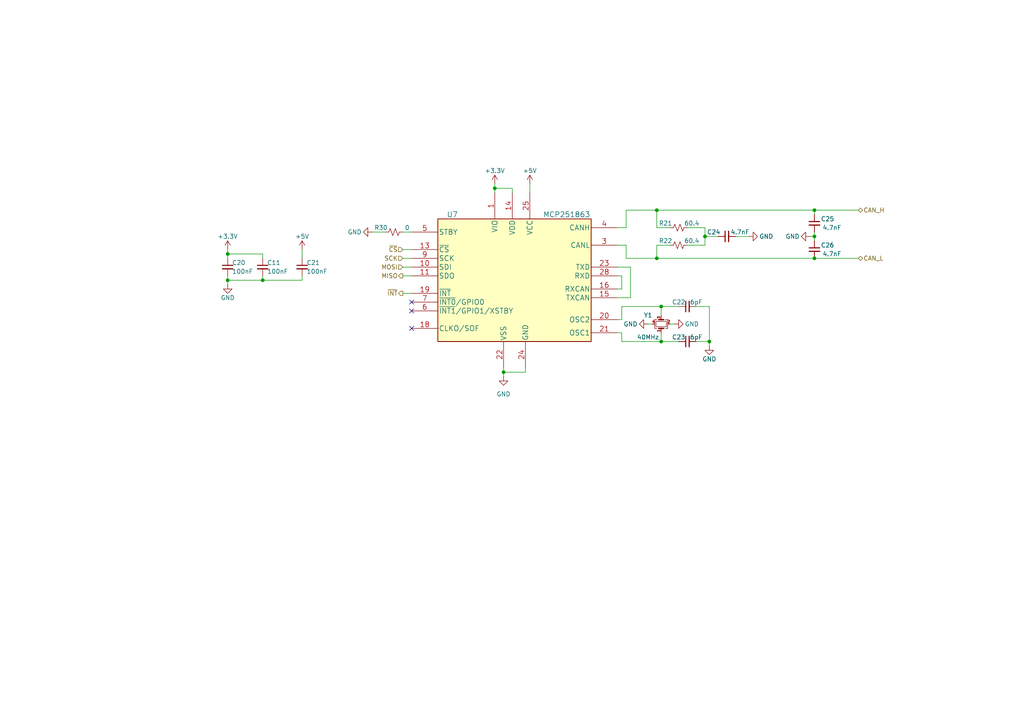
<source format=kicad_sch>
(kicad_sch (version 20230121) (generator eeschema)
  (paper "A4")
  (lib_symbols
    (symbol "Device:C_Small" (pin_numbers hide) (pin_names (offset 0.254) hide)
      (property "Reference" "C" (at 0.254 1.778 0))
      (property "Value" "C_Small" (at 0.254 -2.032 0))
      (symbol "C_Small_0_1"
        (polyline (pts (xy -1.524 -0.508) (xy 1.524 -0.508)) (stroke (width 0.3302)))
        (polyline (pts (xy -1.524 0.508) (xy 1.524 0.508)) (stroke (width 0.3048)))
      )
      (symbol "C_Small_1_1"
        (pin passive line (at 0 2.54 270) (length 2.032) (name "~") (number "1"))
        (pin passive line (at 0 -2.54 90) (length 2.032) (name "~") (number "2"))
      )
    )
    (symbol "Device:Crystal_GND24_Small" (pin_names (offset 1.016) hide)
      (property "Reference" "Y" (at 1.27 4.445 0))
      (property "Value" "Crystal_GND24_Small" (at 1.27 2.54 0))
      (symbol "Crystal_GND24_Small_0_1"
        (rectangle (start -0.762 -1.524) (end 0.762 1.524))
        (polyline (pts (xy -1.27 -0.762) (xy -1.27 0.762)) (stroke (width 0.381)))
        (polyline (pts (xy 1.27 -0.762) (xy 1.27 0.762)) (stroke (width 0.381)))
        (polyline (pts (xy -1.27 -1.27) (xy -1.27 -1.905) (xy 1.27 -1.905) (xy 1.27 -1.27)))
        (polyline (pts (xy -1.27 1.27) (xy -1.27 1.905) (xy 1.27 1.905) (xy 1.27 1.27)))
      )
      (symbol "Crystal_GND24_Small_1_1"
        (pin passive line (at -2.54 0 0) (length 1.27) (name "1") (number "1"))
        (pin passive line (at 0 -2.54 90) (length 0.635) (name "2") (number "2"))
        (pin passive line (at 2.54 0 180) (length 1.27) (name "3") (number "3"))
        (pin passive line (at 0 2.54 270) (length 0.635) (name "4") (number "4"))
      )
    )
    (symbol "Device:R_Small_US" (pin_numbers hide) (pin_names (offset 0.254) hide)
      (property "Reference" "R" (at 0.762 0.508 0))
      (property "Value" "R_Small_US" (at 0.762 -1.016 0))
      (symbol "R_Small_US_1_1"
        (polyline (pts (xy 0 0) (xy 1.016 -0.381) (xy 0 -0.762) (xy -1.016 -1.143) (xy 0 -1.524)))
        (polyline (pts (xy 0 1.524) (xy 1.016 1.143) (xy 0 0.762) (xy -1.016 0.381) (xy 0 0)))
        (pin passive line (at 0 2.54 270) (length 1.016) (name "~") (number "1"))
        (pin passive line (at 0 -2.54 90) (length 1.016) (name "~") (number "2"))
      )
    )
    (symbol "MCP251863:MCP251863" (pin_names (offset 0.254))
      (property "Reference" "U" (at 11.43 8.89 0))
      (property "Value" "MCP251863" (at 45.72 8.89 0))
      (symbol "MCP251863_0_1"
        (rectangle (start 7.62 7.62) (end 52.07 -27.94) (stroke (width 0.254)) (fill (type background)))
      )
      (symbol "MCP251863_1_1"
        (pin power_in line (at 24.13 15.24 270) (length 7.62) (name "VIO") (number "1"))
        (pin input line (at 0 -6.35 0) (length 7.62) (name "SDI") (number "10"))
        (pin output line (at 0 -8.89 0) (length 7.62) (name "SDO") (number "11"))
        (pin no_connect line (at 30.48 -6.35 0) (length 7.62) hide (name "NC") (number "12"))
        (pin input line (at 0 -1.27 0) (length 7.62) (name "~{CS}") (number "13"))
        (pin power_in line (at 29.21 15.24 270) (length 7.62) (name "VDD") (number "14"))
        (pin output line (at 59.69 -15.24 180) (length 7.62) (name "TXCAN") (number "15"))
        (pin input line (at 59.69 -12.7 180) (length 7.62) (name "RXCAN") (number "16"))
        (pin no_connect line (at 30.48 -8.89 0) (length 7.62) hide (name "NC") (number "17"))
        (pin output line (at 0 -24.13 0) (length 7.62) (name "CLKO/SOF") (number "18"))
        (pin output line (at 0 -13.97 0) (length 7.62) (name "~{INT}") (number "19"))
        (pin no_connect line (at 30.48 -1.27 0) (length 7.62) hide (name "NC") (number "2"))
        (pin output line (at 59.69 -21.59 180) (length 7.62) (name "OSC2") (number "20"))
        (pin input line (at 59.69 -25.4 180) (length 7.62) (name "OSC1") (number "21"))
        (pin power_in line (at 26.67 -35.56 90) (length 7.62) (name "VSS") (number "22"))
        (pin input line (at 59.69 -6.35 180) (length 7.62) (name "TXD") (number "23"))
        (pin power_in line (at 33.02 -35.56 90) (length 7.62) (name "GND") (number "24"))
        (pin power_in line (at 34.29 15.24 270) (length 7.62) (name "VCC") (number "25"))
        (pin no_connect line (at 30.48 -11.43 0) (length 7.62) hide (name "NC") (number "26"))
        (pin no_connect line (at 30.48 -13.97 0) (length 7.62) hide (name "NC") (number "27"))
        (pin output line (at 59.69 -8.89 180) (length 7.62) (name "RXD") (number "28"))
        (pin bidirectional line (at 59.69 0 180) (length 7.62) (name "CANL") (number "3"))
        (pin bidirectional line (at 59.69 5.08 180) (length 7.62) (name "CANH") (number "4"))
        (pin input line (at 0 3.81 0) (length 7.62) (name "STBY") (number "5"))
        (pin bidirectional line (at 0 -19.05 0) (length 7.62) (name "~{INT1}/GPIO1/XSTBY") (number "6"))
        (pin bidirectional line (at 0 -16.51 0) (length 7.62) (name "~{INT0}/GPIO0") (number "7"))
        (pin no_connect line (at 30.48 -3.81 0) (length 7.62) hide (name "NC") (number "8"))
        (pin input line (at 0 -3.81 0) (length 7.62) (name "SCK") (number "9"))
      )
    )
    (symbol "power:+3.3V" (power) (pin_names (offset 0))
      (property "Value" "+3.3V" (at 0 3.556 0))
      (symbol "+3.3V_0_1"
        (polyline (pts (xy -0.762 1.27) (xy 0 2.54)))
        (polyline (pts (xy 0 0) (xy 0 2.54)))
        (polyline (pts (xy 0 2.54) (xy 0.762 1.27)))
      )
      (symbol "+3.3V_1_1"
        (pin power_in line (at 0 0 90) (length 0) hide (name "+3.3V") (number "1"))
      )
    )
    (symbol "power:+5V" (power) (pin_names (offset 0))
      (property "Value" "+5V" (at 0 3.556 0))
      (symbol "+5V_0_1"
        (polyline (pts (xy -0.762 1.27) (xy 0 2.54)))
        (polyline (pts (xy 0 0) (xy 0 2.54)))
        (polyline (pts (xy 0 2.54) (xy 0.762 1.27)))
      )
      (symbol "+5V_1_1"
        (pin power_in line (at 0 0 90) (length 0) hide (name "+5V") (number "1"))
      )
    )
    (symbol "power:GND" (power) (pin_names (offset 0))
      (property "Value" "GND" (at 0 -3.81 0))
      (symbol "GND_0_1"
        (polyline (pts (xy 0 0) (xy 0 -1.27) (xy 1.27 -1.27) (xy 0 -2.54) (xy -1.27 -1.27) (xy 0 -1.27)))
      )
      (symbol "GND_1_1"
        (pin power_in line (at 0 0 270) (length 0) hide (name "GND") (number "1"))
      )
    )
  )
  (junction (at 66.04 81.28))
  (junction (at 191.77 99.06))
  (junction (at 204.47 68.58))
  (junction (at 143.51 54.61))
  (junction (at 66.04 73.66))
  (junction (at 205.74 99.06))
  (junction (at 236.22 60.96))
  (junction (at 236.22 74.93))
  (junction (at 236.22 68.58))
  (junction (at 76.2 81.28))
  (junction (at 190.5 60.96))
  (junction (at 146.05 107.95))
  (junction (at 191.77 88.9))
  (junction (at 190.5 74.93))
  (no_connect (at 119.38 90.17))
  (no_connect (at 119.38 87.63))
  (no_connect (at 119.38 95.25))
  (wire (pts (xy 191.77 96.52) (xy 191.77 99.06)))
  (wire (pts (xy 181.61 66.04) (xy 181.61 60.96)))
  (wire (pts (xy 116.84 74.93) (xy 119.38 74.93)))
  (wire (pts (xy 116.84 72.39) (xy 119.38 72.39)))
  (wire (pts (xy 204.47 71.12) (xy 204.47 68.58)))
  (wire (pts (xy 179.07 80.01) (xy 180.34 80.01)))
  (wire (pts (xy 236.22 67.31) (xy 236.22 68.58)))
  (wire (pts (xy 182.88 77.47) (xy 182.88 86.36)))
  (wire (pts (xy 236.22 60.96) (xy 248.92 60.96)))
  (wire (pts (xy 201.93 88.9) (xy 205.74 88.9)))
  (wire (pts (xy 180.34 92.71) (xy 180.34 88.9)))
  (wire (pts (xy 204.47 68.58) (xy 208.28 68.58)))
  (wire (pts (xy 180.34 96.52) (xy 180.34 99.06)))
  (wire (pts (xy 76.2 73.66) (xy 66.04 73.66)))
  (wire (pts (xy 194.31 93.98) (xy 195.58 93.98)))
  (wire (pts (xy 116.84 77.47) (xy 119.38 77.47)))
  (wire (pts (xy 181.61 74.93) (xy 190.5 74.93)))
  (wire (pts (xy 146.05 109.22) (xy 146.05 107.95)))
  (wire (pts (xy 236.22 74.93) (xy 190.5 74.93)))
  (wire (pts (xy 179.07 66.04) (xy 181.61 66.04)))
  (wire (pts (xy 190.5 74.93) (xy 190.5 71.12)))
  (wire (pts (xy 116.84 80.01) (xy 119.38 80.01)))
  (wire (pts (xy 87.63 80.01) (xy 87.63 81.28)))
  (wire (pts (xy 153.67 53.34) (xy 153.67 55.88)))
  (wire (pts (xy 236.22 62.23) (xy 236.22 60.96)))
  (wire (pts (xy 204.47 66.04) (xy 204.47 68.58)))
  (wire (pts (xy 179.07 96.52) (xy 180.34 96.52)))
  (wire (pts (xy 199.39 71.12) (xy 204.47 71.12)))
  (wire (pts (xy 146.05 106.68) (xy 146.05 107.95)))
  (wire (pts (xy 205.74 88.9) (xy 205.74 99.06)))
  (wire (pts (xy 87.63 81.28) (xy 76.2 81.28)))
  (wire (pts (xy 205.74 99.06) (xy 201.93 99.06)))
  (wire (pts (xy 107.95 67.31) (xy 111.76 67.31)))
  (wire (pts (xy 236.22 68.58) (xy 236.22 69.85)))
  (wire (pts (xy 143.51 53.34) (xy 143.51 54.61)))
  (wire (pts (xy 143.51 55.88) (xy 143.51 54.61)))
  (wire (pts (xy 234.95 68.58) (xy 236.22 68.58)))
  (wire (pts (xy 191.77 99.06) (xy 196.85 99.06)))
  (wire (pts (xy 199.39 66.04) (xy 204.47 66.04)))
  (wire (pts (xy 76.2 81.28) (xy 76.2 80.01)))
  (wire (pts (xy 180.34 80.01) (xy 180.34 83.82)))
  (wire (pts (xy 152.4 106.68) (xy 152.4 107.95)))
  (wire (pts (xy 180.34 88.9) (xy 191.77 88.9)))
  (wire (pts (xy 66.04 73.66) (xy 66.04 74.93)))
  (wire (pts (xy 190.5 71.12) (xy 194.31 71.12)))
  (wire (pts (xy 191.77 88.9) (xy 196.85 88.9)))
  (wire (pts (xy 182.88 86.36) (xy 179.07 86.36)))
  (wire (pts (xy 143.51 54.61) (xy 148.59 54.61)))
  (wire (pts (xy 213.36 68.58) (xy 217.17 68.58)))
  (wire (pts (xy 66.04 80.01) (xy 66.04 81.28)))
  (wire (pts (xy 179.07 77.47) (xy 182.88 77.47)))
  (wire (pts (xy 66.04 81.28) (xy 66.04 82.55)))
  (wire (pts (xy 66.04 72.39) (xy 66.04 73.66)))
  (wire (pts (xy 190.5 60.96) (xy 190.5 66.04)))
  (wire (pts (xy 191.77 91.44) (xy 191.77 88.9)))
  (wire (pts (xy 181.61 71.12) (xy 181.61 74.93)))
  (wire (pts (xy 179.07 71.12) (xy 181.61 71.12)))
  (wire (pts (xy 66.04 81.28) (xy 76.2 81.28)))
  (wire (pts (xy 187.96 93.98) (xy 189.23 93.98)))
  (wire (pts (xy 190.5 66.04) (xy 194.31 66.04)))
  (wire (pts (xy 180.34 99.06) (xy 191.77 99.06)))
  (wire (pts (xy 116.84 85.09) (xy 119.38 85.09)))
  (wire (pts (xy 236.22 60.96) (xy 190.5 60.96)))
  (wire (pts (xy 87.63 72.39) (xy 87.63 74.93)))
  (wire (pts (xy 236.22 74.93) (xy 248.92 74.93)))
  (wire (pts (xy 116.84 67.31) (xy 119.38 67.31)))
  (wire (pts (xy 76.2 74.93) (xy 76.2 73.66)))
  (wire (pts (xy 179.07 92.71) (xy 180.34 92.71)))
  (wire (pts (xy 205.74 99.06) (xy 205.74 100.33)))
  (wire (pts (xy 146.05 107.95) (xy 152.4 107.95)))
  (wire (pts (xy 180.34 83.82) (xy 179.07 83.82)))
  (wire (pts (xy 148.59 55.88) (xy 148.59 54.61)))
  (wire (pts (xy 181.61 60.96) (xy 190.5 60.96)))
  (hierarchical_label "MISO" (shape output) (at 116.84 80.01 180))
  (hierarchical_label "~{CS}" (shape input) (at 116.84 72.39 180))
  (hierarchical_label "CAN_H" (shape bidirectional) (at 248.92 60.96 0))
  (hierarchical_label "CAN_L" (shape bidirectional) (at 248.92 74.93 0))
  (hierarchical_label "~{INT}" (shape output) (at 116.84 85.09 180))
  (hierarchical_label "SCK" (shape input) (at 116.84 74.93 180))
  (hierarchical_label "MOSI" (shape input) (at 116.84 77.47 180))
  (symbol (lib_id "power:+5V") (at 153.67 53.34 0) (unit 1)
    (property "Reference" "#PWR042" (effects hide))
    (property "Value" "+5V" (at 153.67 49.53 0))
  )
  (symbol (lib_id "power:GND") (at 217.17 68.58 90) (unit 1)
    (property "Reference" "#PWR052" (effects hide))
    (property "Value" "GND" (at 222.25 68.58 90))
  )
  (symbol (lib_id "Device:R_Small_US") (at 114.3 67.31 90) (unit 1)
    (property "Reference" "R30" (at 110.49 66.04 90))
    (property "Value" "0" (at 118.11 66.04 90))
  )
  (symbol (lib_id "power:+5V") (at 87.63 72.39 0) (unit 1)
    (property "Reference" "#PWR046" (effects hide))
    (property "Value" "+5V" (at 87.63 68.58 0))
  )
  (symbol (lib_id "Device:C_Small") (at 76.2 77.47 0) (unit 1)
    (property "Reference" "C11" (at 77.47 76.2 0) (effects (justify left)))
    (property "Value" "100nF" (at 77.47 78.74 0) (effects (justify left)))
  )
  (symbol (lib_id "power:GND") (at 205.74 100.33 0) (unit 1)
    (property "Reference" "#PWR049" (effects hide))
    (property "Value" "GND" (at 205.74 104.14 0))
  )
  (symbol (lib_id "power:GND") (at 107.95 67.31 270) (unit 1)
    (property "Reference" "#PWR065" (effects hide))
    (property "Value" "GND" (at 102.87 67.31 90))
  )
  (symbol (lib_id "Device:Crystal_GND24_Small") (at 191.77 93.98 90) (unit 1)
    (property "Reference" "Y1" (at 187.96 91.44 90))
    (property "Value" "40MHz" (at 187.96 97.79 90))
    (property "Footprint" "Crystal:Crystal_SMD_2016-4Pin_2.0x1.6mm" (effects hide))
    (property "MPN" "XRCGB40M000F5A00R0" (effects hide))
  )
  (symbol (lib_id "Device:C_Small") (at 199.39 99.06 90) (unit 1)
    (property "Reference" "C23" (at 196.85 97.79 90))
    (property "Value" "6pF" (at 201.93 97.79 90))
  )
  (symbol (lib_id "Device:C_Small") (at 210.82 68.58 90) (unit 1)
    (property "Reference" "C24" (at 207.01 67.31 90))
    (property "Value" "4.7nF" (at 214.63 67.31 90))
  )
  (symbol (lib_id "power:GND") (at 234.95 68.58 270) (unit 1)
    (property "Reference" "#PWR053" (effects hide))
    (property "Value" "GND" (at 229.87 68.58 90))
  )
  (symbol (lib_id "power:+3.3V") (at 143.51 53.34 0) (unit 1)
    (property "Reference" "#PWR044" (effects hide))
    (property "Value" "+3.3V" (at 143.51 49.53 0))
  )
  (symbol (lib_id "Device:R_Small_US") (at 196.85 66.04 90) (unit 1)
    (property "Reference" "R21" (at 193.04 64.77 90))
    (property "Value" "60.4" (at 200.66 64.77 90))
  )
  (symbol (lib_id "power:GND") (at 187.96 93.98 270) (unit 1)
    (property "Reference" "#PWR050" (effects hide))
    (property "Value" "GND" (at 182.88 93.98 90))
  )
  (symbol (lib_id "power:+3.3V") (at 66.04 72.39 0) (unit 1)
    (property "Reference" "#PWR047" (effects hide))
    (property "Value" "+3.3V" (at 66.04 68.58 0))
  )
  (symbol (lib_id "Device:C_Small") (at 236.22 72.39 0) (unit 1)
    (property "Reference" "C26" (at 240.03 71.12 0))
    (property "Value" "4.7nF" (at 241.3 73.66 0))
  )
  (symbol (lib_id "Device:R_Small_US") (at 196.85 71.12 90) (unit 1)
    (property "Reference" "R22" (at 193.04 69.85 90))
    (property "Value" "60.4" (at 200.66 69.85 90))
  )
  (symbol (lib_id "Device:C_Small") (at 87.63 77.47 0) (unit 1)
    (property "Reference" "C21" (at 88.9 76.2 0) (effects (justify left)))
    (property "Value" "100nF" (at 88.9 78.74 0) (effects (justify left)))
  )
  (symbol (lib_id "Device:C_Small") (at 199.39 88.9 90) (unit 1)
    (property "Reference" "C22" (at 196.85 87.63 90))
    (property "Value" "6pF" (at 201.93 87.63 90))
  )
  (symbol (lib_id "power:GND") (at 195.58 93.98 90) (unit 1)
    (property "Reference" "#PWR051" (effects hide))
    (property "Value" "GND" (at 200.66 93.98 90))
  )
  (symbol (lib_id "power:GND") (at 66.04 82.55 0) (unit 1)
    (property "Reference" "#PWR048" (effects hide))
    (property "Value" "GND" (at 66.04 86.36 0))
  )
  (symbol (lib_id "power:GND") (at 146.05 109.22 0) (unit 1)
    (property "Reference" "#PWR045" (effects hide))
    (property "Value" "GND" (at 146.05 114.3 0))
  )
  (symbol (lib_id "Device:C_Small") (at 66.04 77.47 0) (unit 1)
    (property "Reference" "C20" (at 67.31 76.2 0) (effects (justify left)))
    (property "Value" "100nF" (at 67.31 78.74 0) (effects (justify left)))
  )
  (symbol (lib_id "Device:C_Small") (at 236.22 64.77 0) (unit 1)
    (property "Reference" "C25" (at 240.03 63.5 0))
    (property "Value" "4.7nF" (at 241.3 66.04 0))
  )
  (symbol (lib_id "MCP251863:MCP251863") (at 119.38 71.12 0) (unit 1)
    (property "Reference" "U7" (at 129.54 62.23 0) (effects (font (size 1.524 1.524)) (justify left)))
    (property "Value" "MCP251863" (at 157.48 62.23 0) (effects (font (size 1.524 1.524)) (justify left)))
    (property "Footprint" "Package_SO:SSOP-28_5.3x10.2mm_P0.65mm" (effects hide))
    (property "MPN" "MCP251863T-E/SS" (effects hide))
  )
)
</source>
